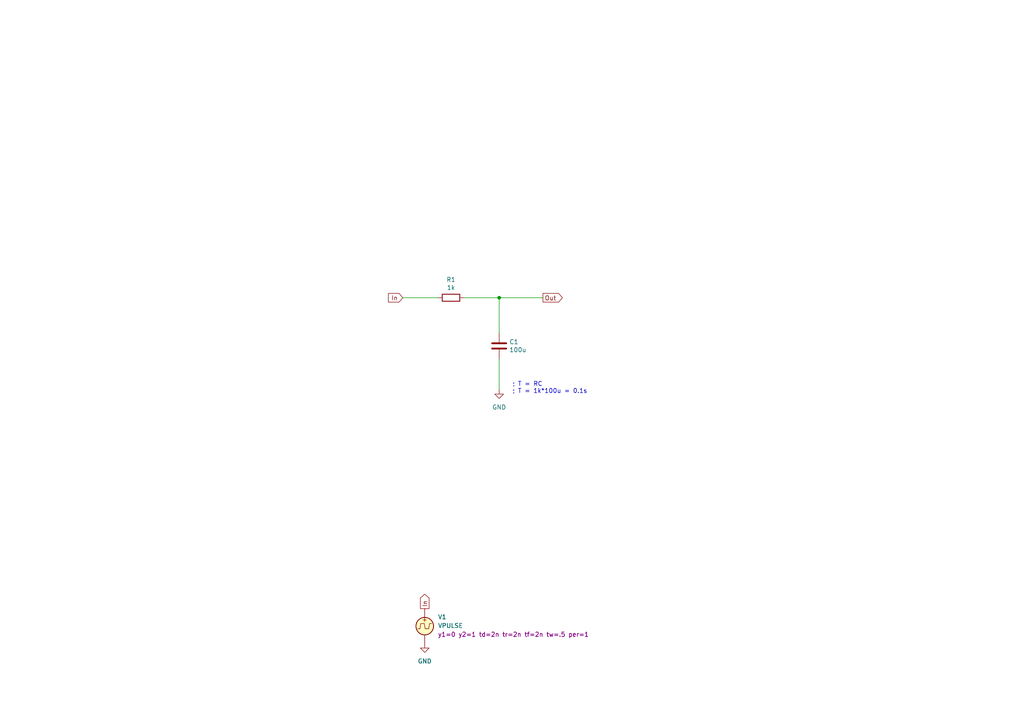
<source format=kicad_sch>
(kicad_sch (version 20250114) (generator "eeschema") (generator_version "9.0")
  (paper "A4")
  (title_block (title "RC Charge") (date "2025-09-13") (company "GitHub/OJStuff"))
  (lib_symbols
    (symbol "Device:C" (pin_numbers (hide yes)) (pin_names (offset 0.254))
      (property "Reference" "C" (at 0.635 2.54 0))
      (property "Value" "C" (at 0.635 -2.54 0))
      (symbol "C_0_1"
        (polyline (pts (xy -2.032 0.762) (xy 2.032 0.762)) (stroke (width 0.508)))
        (polyline (pts (xy -2.032 -0.762) (xy 2.032 -0.762)) (stroke (width 0.508)))
      )
      (symbol "C_1_1"
        (pin passive line (at 0 3.81 270) (length 2.794) (name "~") (number "1"))
        (pin passive line (at 0 -3.81 90) (length 2.794) (name "~") (number "2"))
      )
    )
    (symbol "Device:R" (pin_numbers (hide yes)) (pin_names (offset 0))
      (property "Reference" "R" (at 2.032 0 90))
      (property "Value" "R" (at 0 0 90))
      (symbol "R_0_1"
        (rectangle (start -1.016 -2.54) (end 1.016 2.54) (stroke (width 0.254)))
      )
      (symbol "R_1_1"
        (pin passive line (at 0 3.81 270) (length 1.27) (name "~") (number "1"))
        (pin passive line (at 0 -3.81 90) (length 1.27) (name "~") (number "2"))
      )
    )
    (symbol "VPULSE_1" (pin_numbers (hide yes)) (pin_names (offset 0.0254))
      (property "Reference" "V" (at 2.54 2.54 0))
      (property "Value" "VPULSE" (at 2.54 0 0))
      (property "Sim.Params" "y1=0 y2=1 td=2n tr=2n tf=2n tw=50n per=100n" (at 2.54 -2.54 0))
      (symbol "VPULSE_1_0_0"
        (polyline (pts (xy -2.032 -0.762) (xy -1.397 -0.762) (xy -1.143 0.762) (xy -0.127 0.762) (xy 0.127 -0.762) (xy 1.143 -0.762) (xy 1.397 0.762) (xy 2.032 0.762)))
        (text "+" (at 0 1.905 0) (effects (font (size 1.27 1.27))))
      )
      (symbol "VPULSE_1_0_1"
        (circle (center 0 0) (radius 2.54) (stroke (width 0.254)) (fill (type background)))
      )
      (symbol "VPULSE_1_1_1"
        (pin passive line (at 0 5.08 270) (length 2.54) (name "~") (number "1"))
        (pin passive line (at 0 -5.08 90) (length 2.54) (name "~") (number "2"))
      )
    )
    (symbol "power:GND" (power) (pin_numbers (hide yes)) (pin_names (offset 0) (hide yes))
      (property "Value" "GND" (at 0 -3.81 0))
      (symbol "GND_0_1"
        (polyline (pts (xy 0 0) (xy 0 -1.27) (xy 1.27 -1.27) (xy 0 -2.54) (xy -1.27 -1.27) (xy 0 -1.27)))
      )
      (symbol "GND_1_1"
        (pin power_in line (at 0 0 270) (length 0) (name "~") (number "1"))
      )
    )
  )
  (text "; T = RC\n; T = 1k*100u = 0.1s" (at 148.59 114.3 0) (effects (font (size 1.27 1.27)) (justify left bottom)))
  (junction (at 144.78 86.36))
  (wire (pts (xy 116.84 86.36) (xy 127 86.36)))
  (wire (pts (xy 134.62 86.36) (xy 144.78 86.36)))
  (wire (pts (xy 144.78 86.36) (xy 144.78 96.52)))
  (wire (pts (xy 144.78 86.36) (xy 157.48 86.36)))
  (wire (pts (xy 144.78 104.14) (xy 144.78 113.03)))
  (global_label "In" (shape output) (at 123.19 176.53 90) (property "Intersheetrefs" "${INTERSHEET_REFS}" (effects (hide yes))))
  (global_label "In" (shape input) (at 116.84 86.36 180) (property "Intersheetrefs" "${INTERSHEET_REFS}" (effects (hide yes))))
  (global_label "Out" (shape output) (at 157.48 86.36 0) (property "Intersheetrefs" "${INTERSHEET_REFS}" (effects (hide yes))))
  (symbol (lib_id "power:GND") (at 123.19 186.69 0) (unit 1)
    (property "Reference" "#PWR02" (effects (hide yes)))
    (property "Value" "GND" (at 123.19 191.77 0))
    (property "Description" "Power symbol creates a global label with name \"GND\" , ground" (effects (hide yes)))
  )
  (symbol (lib_id "Device:R") (at 130.81 86.36 270) (unit 1)
    (property "Reference" "R1" (at 130.81 81.1022 90))
    (property "Value" "1k" (at 130.81 83.4136 90))
  )
  (symbol (lib_id "Device:C") (at 144.78 100.33 0) (unit 1)
    (property "Reference" "C1" (at 147.701 99.1616 0) (effects (justify left)))
    (property "Value" "100u" (at 147.701 101.473 0) (effects (justify left)))
  )
  (symbol (lib_name "VPULSE_1") (lib_id "Simulation_SPICE:VPULSE") (at 123.19 181.61 0) (unit 1)
    (property "Reference" "V1" (at 127 178.9401 0) (effects (justify left)))
    (property "Value" "VPULSE" (at 127 181.4801 0) (effects (justify left)))
    (property "Datasheet" "https://ngspice.sourceforge.io/docs/ngspice-html-manual/manual.xhtml#sec_Independent_Sources_for" (effects (hide yes)))
    (property "Description" "Voltage source, pulse" (effects (hide yes)))
    (property "Sim.Pins" "1=+ 2=-" (effects (hide yes)))
    (property "Sim.Type" "PULSE" (effects (hide yes)))
    (property "Sim.Device" "V" (effects (hide yes)))
    (property "Sim.Params" "y1=0 y2=1 td=2n tr=2n tf=2n tw=.5 per=1" (at 127 184.0201 0) (effects (justify left)))
  )
  (symbol (lib_id "power:GND") (at 144.78 113.03 0) (unit 1)
    (property "Reference" "#PWR01" (effects (hide yes)))
    (property "Value" "GND" (at 144.78 118.11 0))
    (property "Description" "Power symbol creates a global label with name \"GND\" , ground" (effects (hide yes)))
  )
)
</source>
